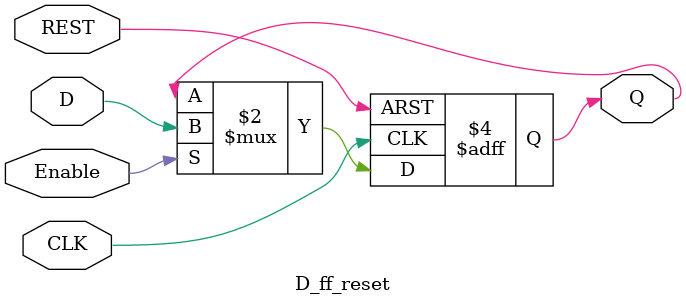
<source format=v>
module D_ff_reset(Q, D, CLK, Enable, REST);

	output reg Q;
	input D, CLK, Enable,REST;

	always @(posedge CLK or posedge REST) begin
		if(REST)
			Q <= 1'b0;
		else if(Enable)
			Q <= D;
	end	
	
endmodule

</source>
